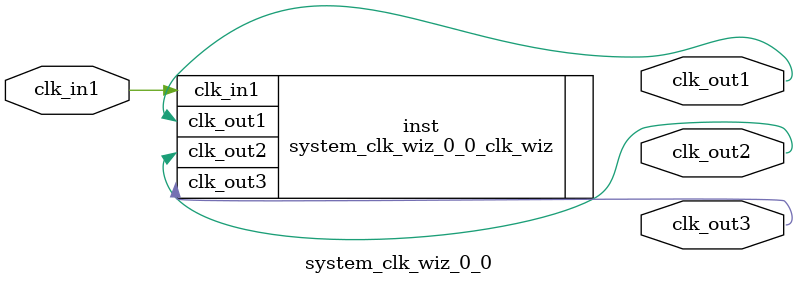
<source format=v>


`timescale 1ps/1ps

(* CORE_GENERATION_INFO = "system_clk_wiz_0_0,clk_wiz_v6_0_2_0_0,{component_name=system_clk_wiz_0_0,use_phase_alignment=true,use_min_o_jitter=false,use_max_i_jitter=false,use_dyn_phase_shift=false,use_inclk_switchover=false,use_dyn_reconfig=false,enable_axi=0,feedback_source=FDBK_AUTO,PRIMITIVE=MMCM,num_out_clk=3,clkin1_period=10.0,clkin2_period=10.0,use_power_down=false,use_reset=false,use_locked=false,use_inclk_stopped=false,feedback_type=SINGLE,CLOCK_MGR_TYPE=NA,manual_override=false}" *)

module system_clk_wiz_0_0 
 (
  // Clock out ports
  output        clk_out1,
  output        clk_out2,
  output        clk_out3,
 // Clock in ports
  input         clk_in1
 );

  system_clk_wiz_0_0_clk_wiz inst
  (
  // Clock out ports  
  .clk_out1(clk_out1),
  .clk_out2(clk_out2),
  .clk_out3(clk_out3),
 // Clock in ports
  .clk_in1(clk_in1)
  );

endmodule

</source>
